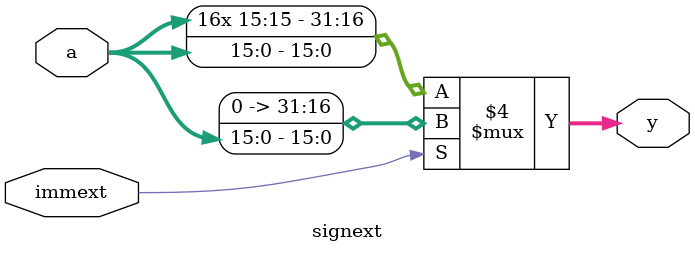
<source format=sv>
`timescale 1ns / 1ps


module signext(
        input logic [15:0]a,
        output logic [31:0]y,
        input logic immext
    );
    
    always_comb
        if(!immext) y={{16{a[15]}},a};
        else y={{16{0}},a};

endmodule

</source>
